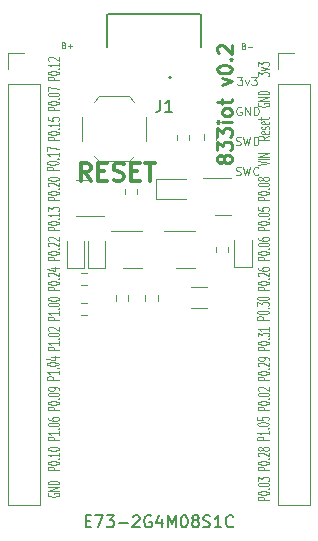
<source format=gto>
G04 #@! TF.GenerationSoftware,KiCad,Pcbnew,6.0.1-79c1e3a40b~116~ubuntu21.04.1*
G04 #@! TF.CreationDate,2022-03-24T20:17:53+11:00*
G04 #@! TF.ProjectId,833iot,38333369-6f74-42e6-9b69-6361645f7063,rev?*
G04 #@! TF.SameCoordinates,Original*
G04 #@! TF.FileFunction,Legend,Top*
G04 #@! TF.FilePolarity,Positive*
%FSLAX46Y46*%
G04 Gerber Fmt 4.6, Leading zero omitted, Abs format (unit mm)*
G04 Created by KiCad (PCBNEW 6.0.1-79c1e3a40b~116~ubuntu21.04.1) date 2022-03-24 20:17:53*
%MOMM*%
%LPD*%
G01*
G04 APERTURE LIST*
%ADD10C,0.250000*%
%ADD11C,0.300000*%
%ADD12C,0.150000*%
%ADD13C,0.100000*%
%ADD14C,0.080000*%
%ADD15C,0.120000*%
%ADD16C,0.127000*%
%ADD17C,0.200000*%
G04 APERTURE END LIST*
D10*
X33059675Y-33974203D02*
X33002533Y-34088489D01*
X32945390Y-34145632D01*
X32831104Y-34202775D01*
X32773961Y-34202775D01*
X32659675Y-34145632D01*
X32602533Y-34088489D01*
X32545390Y-33974203D01*
X32545390Y-33745632D01*
X32602533Y-33631346D01*
X32659675Y-33574203D01*
X32773961Y-33517060D01*
X32831104Y-33517060D01*
X32945390Y-33574203D01*
X33002533Y-33631346D01*
X33059675Y-33745632D01*
X33059675Y-33974203D01*
X33116818Y-34088489D01*
X33173961Y-34145632D01*
X33288247Y-34202775D01*
X33516818Y-34202775D01*
X33631104Y-34145632D01*
X33688247Y-34088489D01*
X33745390Y-33974203D01*
X33745390Y-33745632D01*
X33688247Y-33631346D01*
X33631104Y-33574203D01*
X33516818Y-33517060D01*
X33288247Y-33517060D01*
X33173961Y-33574203D01*
X33116818Y-33631346D01*
X33059675Y-33745632D01*
X32545390Y-33117060D02*
X32545390Y-32374203D01*
X33002533Y-32774203D01*
X33002533Y-32602775D01*
X33059675Y-32488489D01*
X33116818Y-32431346D01*
X33231104Y-32374203D01*
X33516818Y-32374203D01*
X33631104Y-32431346D01*
X33688247Y-32488489D01*
X33745390Y-32602775D01*
X33745390Y-32945632D01*
X33688247Y-33059917D01*
X33631104Y-33117060D01*
X32545390Y-31974203D02*
X32545390Y-31231346D01*
X33002533Y-31631346D01*
X33002533Y-31459917D01*
X33059675Y-31345632D01*
X33116818Y-31288489D01*
X33231104Y-31231346D01*
X33516818Y-31231346D01*
X33631104Y-31288489D01*
X33688247Y-31345632D01*
X33745390Y-31459917D01*
X33745390Y-31802775D01*
X33688247Y-31917060D01*
X33631104Y-31974203D01*
X33745390Y-30717060D02*
X32945390Y-30717060D01*
X32545390Y-30717060D02*
X32602533Y-30774203D01*
X32659675Y-30717060D01*
X32602533Y-30659917D01*
X32545390Y-30717060D01*
X32659675Y-30717060D01*
X33745390Y-29974203D02*
X33688247Y-30088489D01*
X33631104Y-30145632D01*
X33516818Y-30202775D01*
X33173961Y-30202775D01*
X33059675Y-30145632D01*
X33002533Y-30088489D01*
X32945390Y-29974203D01*
X32945390Y-29802775D01*
X33002533Y-29688489D01*
X33059675Y-29631346D01*
X33173961Y-29574203D01*
X33516818Y-29574203D01*
X33631104Y-29631346D01*
X33688247Y-29688489D01*
X33745390Y-29802775D01*
X33745390Y-29974203D01*
X32945390Y-29231346D02*
X32945390Y-28774203D01*
X32545390Y-29059917D02*
X33573961Y-29059917D01*
X33688247Y-29002775D01*
X33745390Y-28888489D01*
X33745390Y-28774203D01*
X32945390Y-27574203D02*
X33745390Y-27288489D01*
X32945390Y-27002775D01*
X32545390Y-26317060D02*
X32545390Y-26202775D01*
X32602533Y-26088489D01*
X32659675Y-26031346D01*
X32773961Y-25974203D01*
X33002533Y-25917060D01*
X33288247Y-25917060D01*
X33516818Y-25974203D01*
X33631104Y-26031346D01*
X33688247Y-26088489D01*
X33745390Y-26202775D01*
X33745390Y-26317060D01*
X33688247Y-26431346D01*
X33631104Y-26488489D01*
X33516818Y-26545632D01*
X33288247Y-26602775D01*
X33002533Y-26602775D01*
X32773961Y-26545632D01*
X32659675Y-26488489D01*
X32602533Y-26431346D01*
X32545390Y-26317060D01*
X33631104Y-25402775D02*
X33688247Y-25345632D01*
X33745390Y-25402775D01*
X33688247Y-25459917D01*
X33631104Y-25402775D01*
X33745390Y-25402775D01*
X32659675Y-24888489D02*
X32602533Y-24831346D01*
X32545390Y-24717060D01*
X32545390Y-24431346D01*
X32602533Y-24317060D01*
X32659675Y-24259917D01*
X32773961Y-24202775D01*
X32888247Y-24202775D01*
X33059675Y-24259917D01*
X33745390Y-24945632D01*
X33745390Y-24202775D01*
D11*
X21823961Y-35681346D02*
X21323961Y-34967060D01*
X20966818Y-35681346D02*
X20966818Y-34181346D01*
X21538247Y-34181346D01*
X21681104Y-34252775D01*
X21752533Y-34324203D01*
X21823961Y-34467060D01*
X21823961Y-34681346D01*
X21752533Y-34824203D01*
X21681104Y-34895632D01*
X21538247Y-34967060D01*
X20966818Y-34967060D01*
X22466818Y-34895632D02*
X22966818Y-34895632D01*
X23181104Y-35681346D02*
X22466818Y-35681346D01*
X22466818Y-34181346D01*
X23181104Y-34181346D01*
X23752533Y-35609917D02*
X23966818Y-35681346D01*
X24323961Y-35681346D01*
X24466818Y-35609917D01*
X24538247Y-35538489D01*
X24609675Y-35395632D01*
X24609675Y-35252775D01*
X24538247Y-35109917D01*
X24466818Y-35038489D01*
X24323961Y-34967060D01*
X24038247Y-34895632D01*
X23895390Y-34824203D01*
X23823961Y-34752775D01*
X23752533Y-34609917D01*
X23752533Y-34467060D01*
X23823961Y-34324203D01*
X23895390Y-34252775D01*
X24038247Y-34181346D01*
X24395390Y-34181346D01*
X24609675Y-34252775D01*
X25252533Y-34895632D02*
X25752533Y-34895632D01*
X25966818Y-35681346D02*
X25252533Y-35681346D01*
X25252533Y-34181346D01*
X25966818Y-34181346D01*
X26395390Y-34181346D02*
X27252533Y-34181346D01*
X26823961Y-35681346D02*
X26823961Y-34181346D01*
D12*
X27694166Y-28840180D02*
X27694166Y-29554466D01*
X27646547Y-29697323D01*
X27551309Y-29792561D01*
X27408452Y-29840180D01*
X27313214Y-29840180D01*
X28694166Y-29840180D02*
X28122738Y-29840180D01*
X28408452Y-29840180D02*
X28408452Y-28840180D01*
X28313214Y-28983038D01*
X28217976Y-29078276D01*
X28122738Y-29125895D01*
D13*
X36934880Y-44967085D02*
X35934880Y-44967085D01*
X35934880Y-44776609D01*
X35982500Y-44728990D01*
X36030119Y-44705180D01*
X36125357Y-44681371D01*
X36268214Y-44681371D01*
X36363452Y-44705180D01*
X36411071Y-44728990D01*
X36458690Y-44776609D01*
X36458690Y-44967085D01*
X35934880Y-44371847D02*
X35934880Y-44324228D01*
X35982500Y-44276609D01*
X36030119Y-44252800D01*
X36125357Y-44228990D01*
X36315833Y-44205180D01*
X36553928Y-44205180D01*
X36744404Y-44228990D01*
X36839642Y-44252800D01*
X36887261Y-44276609D01*
X36934880Y-44324228D01*
X36934880Y-44371847D01*
X36887261Y-44419466D01*
X36839642Y-44443276D01*
X36744404Y-44467085D01*
X36553928Y-44490895D01*
X36315833Y-44490895D01*
X36125357Y-44467085D01*
X36030119Y-44443276D01*
X35982500Y-44419466D01*
X35934880Y-44371847D01*
X36839642Y-43990895D02*
X36887261Y-43967085D01*
X36934880Y-43990895D01*
X36887261Y-44014704D01*
X36839642Y-43990895D01*
X36934880Y-43990895D01*
X36030119Y-43776609D02*
X35982500Y-43752800D01*
X35934880Y-43705180D01*
X35934880Y-43586133D01*
X35982500Y-43538514D01*
X36030119Y-43514704D01*
X36125357Y-43490895D01*
X36220595Y-43490895D01*
X36363452Y-43514704D01*
X36934880Y-43800419D01*
X36934880Y-43490895D01*
X35934880Y-43062323D02*
X35934880Y-43157561D01*
X35982500Y-43205180D01*
X36030119Y-43228990D01*
X36172976Y-43276609D01*
X36363452Y-43300419D01*
X36744404Y-43300419D01*
X36839642Y-43276609D01*
X36887261Y-43252800D01*
X36934880Y-43205180D01*
X36934880Y-43109942D01*
X36887261Y-43062323D01*
X36839642Y-43038514D01*
X36744404Y-43014704D01*
X36506309Y-43014704D01*
X36411071Y-43038514D01*
X36363452Y-43062323D01*
X36315833Y-43109942D01*
X36315833Y-43205180D01*
X36363452Y-43252800D01*
X36411071Y-43276609D01*
X36506309Y-43300419D01*
X36934880Y-60207085D02*
X35934880Y-60207085D01*
X35934880Y-60016609D01*
X35982500Y-59968990D01*
X36030119Y-59945180D01*
X36125357Y-59921371D01*
X36268214Y-59921371D01*
X36363452Y-59945180D01*
X36411071Y-59968990D01*
X36458690Y-60016609D01*
X36458690Y-60207085D01*
X35934880Y-59611847D02*
X35934880Y-59564228D01*
X35982500Y-59516609D01*
X36030119Y-59492800D01*
X36125357Y-59468990D01*
X36315833Y-59445180D01*
X36553928Y-59445180D01*
X36744404Y-59468990D01*
X36839642Y-59492800D01*
X36887261Y-59516609D01*
X36934880Y-59564228D01*
X36934880Y-59611847D01*
X36887261Y-59659466D01*
X36839642Y-59683276D01*
X36744404Y-59707085D01*
X36553928Y-59730895D01*
X36315833Y-59730895D01*
X36125357Y-59707085D01*
X36030119Y-59683276D01*
X35982500Y-59659466D01*
X35934880Y-59611847D01*
X36839642Y-59230895D02*
X36887261Y-59207085D01*
X36934880Y-59230895D01*
X36887261Y-59254704D01*
X36839642Y-59230895D01*
X36934880Y-59230895D01*
X36030119Y-59016609D02*
X35982500Y-58992800D01*
X35934880Y-58945180D01*
X35934880Y-58826133D01*
X35982500Y-58778514D01*
X36030119Y-58754704D01*
X36125357Y-58730895D01*
X36220595Y-58730895D01*
X36363452Y-58754704D01*
X36934880Y-59040419D01*
X36934880Y-58730895D01*
X36363452Y-58445180D02*
X36315833Y-58492800D01*
X36268214Y-58516609D01*
X36172976Y-58540419D01*
X36125357Y-58540419D01*
X36030119Y-58516609D01*
X35982500Y-58492800D01*
X35934880Y-58445180D01*
X35934880Y-58349942D01*
X35982500Y-58302323D01*
X36030119Y-58278514D01*
X36125357Y-58254704D01*
X36172976Y-58254704D01*
X36268214Y-58278514D01*
X36315833Y-58302323D01*
X36363452Y-58349942D01*
X36363452Y-58445180D01*
X36411071Y-58492800D01*
X36458690Y-58516609D01*
X36553928Y-58540419D01*
X36744404Y-58540419D01*
X36839642Y-58516609D01*
X36887261Y-58492800D01*
X36934880Y-58445180D01*
X36934880Y-58349942D01*
X36887261Y-58302323D01*
X36839642Y-58278514D01*
X36744404Y-58254704D01*
X36553928Y-58254704D01*
X36458690Y-58278514D01*
X36411071Y-58302323D01*
X36363452Y-58349942D01*
X36934880Y-62747085D02*
X35934880Y-62747085D01*
X35934880Y-62556609D01*
X35982500Y-62508990D01*
X36030119Y-62485180D01*
X36125357Y-62461371D01*
X36268214Y-62461371D01*
X36363452Y-62485180D01*
X36411071Y-62508990D01*
X36458690Y-62556609D01*
X36458690Y-62747085D01*
X35934880Y-62151847D02*
X35934880Y-62104228D01*
X35982500Y-62056609D01*
X36030119Y-62032800D01*
X36125357Y-62008990D01*
X36315833Y-61985180D01*
X36553928Y-61985180D01*
X36744404Y-62008990D01*
X36839642Y-62032800D01*
X36887261Y-62056609D01*
X36934880Y-62104228D01*
X36934880Y-62151847D01*
X36887261Y-62199466D01*
X36839642Y-62223276D01*
X36744404Y-62247085D01*
X36553928Y-62270895D01*
X36315833Y-62270895D01*
X36125357Y-62247085D01*
X36030119Y-62223276D01*
X35982500Y-62199466D01*
X35934880Y-62151847D01*
X36839642Y-61770895D02*
X36887261Y-61747085D01*
X36934880Y-61770895D01*
X36887261Y-61794704D01*
X36839642Y-61770895D01*
X36934880Y-61770895D01*
X35934880Y-61437561D02*
X35934880Y-61389942D01*
X35982500Y-61342323D01*
X36030119Y-61318514D01*
X36125357Y-61294704D01*
X36315833Y-61270895D01*
X36553928Y-61270895D01*
X36744404Y-61294704D01*
X36839642Y-61318514D01*
X36887261Y-61342323D01*
X36934880Y-61389942D01*
X36934880Y-61437561D01*
X36887261Y-61485180D01*
X36839642Y-61508990D01*
X36744404Y-61532800D01*
X36553928Y-61556609D01*
X36315833Y-61556609D01*
X36125357Y-61532800D01*
X36030119Y-61508990D01*
X35982500Y-61485180D01*
X35934880Y-61437561D01*
X35934880Y-61104228D02*
X35934880Y-60794704D01*
X36315833Y-60961371D01*
X36315833Y-60889942D01*
X36363452Y-60842323D01*
X36411071Y-60818514D01*
X36506309Y-60794704D01*
X36744404Y-60794704D01*
X36839642Y-60818514D01*
X36887261Y-60842323D01*
X36934880Y-60889942D01*
X36934880Y-61032800D01*
X36887261Y-61080419D01*
X36839642Y-61104228D01*
X36934880Y-39887085D02*
X35934880Y-39887085D01*
X35934880Y-39696609D01*
X35982500Y-39648990D01*
X36030119Y-39625180D01*
X36125357Y-39601371D01*
X36268214Y-39601371D01*
X36363452Y-39625180D01*
X36411071Y-39648990D01*
X36458690Y-39696609D01*
X36458690Y-39887085D01*
X35934880Y-39291847D02*
X35934880Y-39244228D01*
X35982500Y-39196609D01*
X36030119Y-39172800D01*
X36125357Y-39148990D01*
X36315833Y-39125180D01*
X36553928Y-39125180D01*
X36744404Y-39148990D01*
X36839642Y-39172800D01*
X36887261Y-39196609D01*
X36934880Y-39244228D01*
X36934880Y-39291847D01*
X36887261Y-39339466D01*
X36839642Y-39363276D01*
X36744404Y-39387085D01*
X36553928Y-39410895D01*
X36315833Y-39410895D01*
X36125357Y-39387085D01*
X36030119Y-39363276D01*
X35982500Y-39339466D01*
X35934880Y-39291847D01*
X36839642Y-38910895D02*
X36887261Y-38887085D01*
X36934880Y-38910895D01*
X36887261Y-38934704D01*
X36839642Y-38910895D01*
X36934880Y-38910895D01*
X35934880Y-38577561D02*
X35934880Y-38529942D01*
X35982500Y-38482323D01*
X36030119Y-38458514D01*
X36125357Y-38434704D01*
X36315833Y-38410895D01*
X36553928Y-38410895D01*
X36744404Y-38434704D01*
X36839642Y-38458514D01*
X36887261Y-38482323D01*
X36934880Y-38529942D01*
X36934880Y-38577561D01*
X36887261Y-38625180D01*
X36839642Y-38648990D01*
X36744404Y-38672800D01*
X36553928Y-38696609D01*
X36315833Y-38696609D01*
X36125357Y-38672800D01*
X36030119Y-38648990D01*
X35982500Y-38625180D01*
X35934880Y-38577561D01*
X35934880Y-37958514D02*
X35934880Y-38196609D01*
X36411071Y-38220419D01*
X36363452Y-38196609D01*
X36315833Y-38148990D01*
X36315833Y-38029942D01*
X36363452Y-37982323D01*
X36411071Y-37958514D01*
X36506309Y-37934704D01*
X36744404Y-37934704D01*
X36839642Y-37958514D01*
X36887261Y-37982323D01*
X36934880Y-38029942D01*
X36934880Y-38148990D01*
X36887261Y-38196609D01*
X36839642Y-38220419D01*
X35934880Y-34390419D02*
X36934880Y-34223752D01*
X35934880Y-34057085D01*
X36934880Y-33890419D02*
X35934880Y-33890419D01*
X36934880Y-33652323D02*
X35934880Y-33652323D01*
X36934880Y-33366609D01*
X35934880Y-33366609D01*
X36934880Y-52587085D02*
X35934880Y-52587085D01*
X35934880Y-52396609D01*
X35982500Y-52348990D01*
X36030119Y-52325180D01*
X36125357Y-52301371D01*
X36268214Y-52301371D01*
X36363452Y-52325180D01*
X36411071Y-52348990D01*
X36458690Y-52396609D01*
X36458690Y-52587085D01*
X35934880Y-51991847D02*
X35934880Y-51944228D01*
X35982500Y-51896609D01*
X36030119Y-51872800D01*
X36125357Y-51848990D01*
X36315833Y-51825180D01*
X36553928Y-51825180D01*
X36744404Y-51848990D01*
X36839642Y-51872800D01*
X36887261Y-51896609D01*
X36934880Y-51944228D01*
X36934880Y-51991847D01*
X36887261Y-52039466D01*
X36839642Y-52063276D01*
X36744404Y-52087085D01*
X36553928Y-52110895D01*
X36315833Y-52110895D01*
X36125357Y-52087085D01*
X36030119Y-52063276D01*
X35982500Y-52039466D01*
X35934880Y-51991847D01*
X36839642Y-51610895D02*
X36887261Y-51587085D01*
X36934880Y-51610895D01*
X36887261Y-51634704D01*
X36839642Y-51610895D01*
X36934880Y-51610895D01*
X36030119Y-51396609D02*
X35982500Y-51372800D01*
X35934880Y-51325180D01*
X35934880Y-51206133D01*
X35982500Y-51158514D01*
X36030119Y-51134704D01*
X36125357Y-51110895D01*
X36220595Y-51110895D01*
X36363452Y-51134704D01*
X36934880Y-51420419D01*
X36934880Y-51110895D01*
X36934880Y-50872800D02*
X36934880Y-50777561D01*
X36887261Y-50729942D01*
X36839642Y-50706133D01*
X36696785Y-50658514D01*
X36506309Y-50634704D01*
X36125357Y-50634704D01*
X36030119Y-50658514D01*
X35982500Y-50682323D01*
X35934880Y-50729942D01*
X35934880Y-50825180D01*
X35982500Y-50872800D01*
X36030119Y-50896609D01*
X36125357Y-50920419D01*
X36363452Y-50920419D01*
X36458690Y-50896609D01*
X36506309Y-50872800D01*
X36553928Y-50825180D01*
X36553928Y-50729942D01*
X36506309Y-50682323D01*
X36458690Y-50658514D01*
X36363452Y-50634704D01*
X36934880Y-37347085D02*
X35934880Y-37347085D01*
X35934880Y-37156609D01*
X35982500Y-37108990D01*
X36030119Y-37085180D01*
X36125357Y-37061371D01*
X36268214Y-37061371D01*
X36363452Y-37085180D01*
X36411071Y-37108990D01*
X36458690Y-37156609D01*
X36458690Y-37347085D01*
X35934880Y-36751847D02*
X35934880Y-36704228D01*
X35982500Y-36656609D01*
X36030119Y-36632800D01*
X36125357Y-36608990D01*
X36315833Y-36585180D01*
X36553928Y-36585180D01*
X36744404Y-36608990D01*
X36839642Y-36632800D01*
X36887261Y-36656609D01*
X36934880Y-36704228D01*
X36934880Y-36751847D01*
X36887261Y-36799466D01*
X36839642Y-36823276D01*
X36744404Y-36847085D01*
X36553928Y-36870895D01*
X36315833Y-36870895D01*
X36125357Y-36847085D01*
X36030119Y-36823276D01*
X35982500Y-36799466D01*
X35934880Y-36751847D01*
X36839642Y-36370895D02*
X36887261Y-36347085D01*
X36934880Y-36370895D01*
X36887261Y-36394704D01*
X36839642Y-36370895D01*
X36934880Y-36370895D01*
X35934880Y-36037561D02*
X35934880Y-35989942D01*
X35982500Y-35942323D01*
X36030119Y-35918514D01*
X36125357Y-35894704D01*
X36315833Y-35870895D01*
X36553928Y-35870895D01*
X36744404Y-35894704D01*
X36839642Y-35918514D01*
X36887261Y-35942323D01*
X36934880Y-35989942D01*
X36934880Y-36037561D01*
X36887261Y-36085180D01*
X36839642Y-36108990D01*
X36744404Y-36132800D01*
X36553928Y-36156609D01*
X36315833Y-36156609D01*
X36125357Y-36132800D01*
X36030119Y-36108990D01*
X35982500Y-36085180D01*
X35934880Y-36037561D01*
X36363452Y-35585180D02*
X36315833Y-35632800D01*
X36268214Y-35656609D01*
X36172976Y-35680419D01*
X36125357Y-35680419D01*
X36030119Y-35656609D01*
X35982500Y-35632800D01*
X35934880Y-35585180D01*
X35934880Y-35489942D01*
X35982500Y-35442323D01*
X36030119Y-35418514D01*
X36125357Y-35394704D01*
X36172976Y-35394704D01*
X36268214Y-35418514D01*
X36315833Y-35442323D01*
X36363452Y-35489942D01*
X36363452Y-35585180D01*
X36411071Y-35632800D01*
X36458690Y-35656609D01*
X36553928Y-35680419D01*
X36744404Y-35680419D01*
X36839642Y-35656609D01*
X36887261Y-35632800D01*
X36934880Y-35585180D01*
X36934880Y-35489942D01*
X36887261Y-35442323D01*
X36839642Y-35418514D01*
X36744404Y-35394704D01*
X36553928Y-35394704D01*
X36458690Y-35418514D01*
X36411071Y-35442323D01*
X36363452Y-35489942D01*
X35934880Y-26818038D02*
X35934880Y-26508514D01*
X36315833Y-26675180D01*
X36315833Y-26603752D01*
X36363452Y-26556133D01*
X36411071Y-26532323D01*
X36506309Y-26508514D01*
X36744404Y-26508514D01*
X36839642Y-26532323D01*
X36887261Y-26556133D01*
X36934880Y-26603752D01*
X36934880Y-26746609D01*
X36887261Y-26794228D01*
X36839642Y-26818038D01*
X36268214Y-26341847D02*
X36934880Y-26222800D01*
X36268214Y-26103752D01*
X35934880Y-25960895D02*
X35934880Y-25651371D01*
X36315833Y-25818038D01*
X36315833Y-25746609D01*
X36363452Y-25698990D01*
X36411071Y-25675180D01*
X36506309Y-25651371D01*
X36744404Y-25651371D01*
X36839642Y-25675180D01*
X36887261Y-25698990D01*
X36934880Y-25746609D01*
X36934880Y-25889466D01*
X36887261Y-25937085D01*
X36839642Y-25960895D01*
X36934880Y-55127085D02*
X35934880Y-55127085D01*
X35934880Y-54936609D01*
X35982500Y-54888990D01*
X36030119Y-54865180D01*
X36125357Y-54841371D01*
X36268214Y-54841371D01*
X36363452Y-54865180D01*
X36411071Y-54888990D01*
X36458690Y-54936609D01*
X36458690Y-55127085D01*
X35934880Y-54531847D02*
X35934880Y-54484228D01*
X35982500Y-54436609D01*
X36030119Y-54412800D01*
X36125357Y-54388990D01*
X36315833Y-54365180D01*
X36553928Y-54365180D01*
X36744404Y-54388990D01*
X36839642Y-54412800D01*
X36887261Y-54436609D01*
X36934880Y-54484228D01*
X36934880Y-54531847D01*
X36887261Y-54579466D01*
X36839642Y-54603276D01*
X36744404Y-54627085D01*
X36553928Y-54650895D01*
X36315833Y-54650895D01*
X36125357Y-54627085D01*
X36030119Y-54603276D01*
X35982500Y-54579466D01*
X35934880Y-54531847D01*
X36839642Y-54150895D02*
X36887261Y-54127085D01*
X36934880Y-54150895D01*
X36887261Y-54174704D01*
X36839642Y-54150895D01*
X36934880Y-54150895D01*
X35934880Y-53817561D02*
X35934880Y-53769942D01*
X35982500Y-53722323D01*
X36030119Y-53698514D01*
X36125357Y-53674704D01*
X36315833Y-53650895D01*
X36553928Y-53650895D01*
X36744404Y-53674704D01*
X36839642Y-53698514D01*
X36887261Y-53722323D01*
X36934880Y-53769942D01*
X36934880Y-53817561D01*
X36887261Y-53865180D01*
X36839642Y-53888990D01*
X36744404Y-53912800D01*
X36553928Y-53936609D01*
X36315833Y-53936609D01*
X36125357Y-53912800D01*
X36030119Y-53888990D01*
X35982500Y-53865180D01*
X35934880Y-53817561D01*
X36030119Y-53460419D02*
X35982500Y-53436609D01*
X35934880Y-53388990D01*
X35934880Y-53269942D01*
X35982500Y-53222323D01*
X36030119Y-53198514D01*
X36125357Y-53174704D01*
X36220595Y-53174704D01*
X36363452Y-53198514D01*
X36934880Y-53484228D01*
X36934880Y-53174704D01*
X36901525Y-47452332D02*
X35901525Y-47452332D01*
X35901525Y-47261856D01*
X35949145Y-47214237D01*
X35996764Y-47190427D01*
X36092002Y-47166618D01*
X36234859Y-47166618D01*
X36330097Y-47190427D01*
X36377716Y-47214237D01*
X36425335Y-47261856D01*
X36425335Y-47452332D01*
X35901525Y-46857094D02*
X35901525Y-46809475D01*
X35949145Y-46761856D01*
X35996764Y-46738047D01*
X36092002Y-46714237D01*
X36282478Y-46690427D01*
X36520573Y-46690427D01*
X36711049Y-46714237D01*
X36806287Y-46738047D01*
X36853906Y-46761856D01*
X36901525Y-46809475D01*
X36901525Y-46857094D01*
X36853906Y-46904713D01*
X36806287Y-46928523D01*
X36711049Y-46952332D01*
X36520573Y-46976142D01*
X36282478Y-46976142D01*
X36092002Y-46952332D01*
X35996764Y-46928523D01*
X35949145Y-46904713D01*
X35901525Y-46857094D01*
X36806287Y-46476142D02*
X36853906Y-46452332D01*
X36901525Y-46476142D01*
X36853906Y-46499951D01*
X36806287Y-46476142D01*
X36901525Y-46476142D01*
X35901525Y-46285666D02*
X35901525Y-45976142D01*
X36282478Y-46142808D01*
X36282478Y-46071380D01*
X36330097Y-46023761D01*
X36377716Y-45999951D01*
X36472954Y-45976142D01*
X36711049Y-45976142D01*
X36806287Y-45999951D01*
X36853906Y-46023761D01*
X36901525Y-46071380D01*
X36901525Y-46214237D01*
X36853906Y-46261856D01*
X36806287Y-46285666D01*
X35901525Y-45666618D02*
X35901525Y-45618999D01*
X35949145Y-45571380D01*
X35996764Y-45547570D01*
X36092002Y-45523761D01*
X36282478Y-45499951D01*
X36520573Y-45499951D01*
X36711049Y-45523761D01*
X36806287Y-45547570D01*
X36853906Y-45571380D01*
X36901525Y-45618999D01*
X36901525Y-45666618D01*
X36853906Y-45714237D01*
X36806287Y-45738047D01*
X36711049Y-45761856D01*
X36520573Y-45785666D01*
X36282478Y-45785666D01*
X36092002Y-45761856D01*
X35996764Y-45738047D01*
X35949145Y-45714237D01*
X35901525Y-45666618D01*
X35982500Y-29143752D02*
X35934880Y-29191371D01*
X35934880Y-29262800D01*
X35982500Y-29334228D01*
X36077738Y-29381847D01*
X36172976Y-29405657D01*
X36363452Y-29429466D01*
X36506309Y-29429466D01*
X36696785Y-29405657D01*
X36792023Y-29381847D01*
X36887261Y-29334228D01*
X36934880Y-29262800D01*
X36934880Y-29215180D01*
X36887261Y-29143752D01*
X36839642Y-29119942D01*
X36506309Y-29119942D01*
X36506309Y-29215180D01*
X36934880Y-28905657D02*
X35934880Y-28905657D01*
X36934880Y-28619942D01*
X35934880Y-28619942D01*
X36934880Y-28381847D02*
X35934880Y-28381847D01*
X35934880Y-28262800D01*
X35982500Y-28191371D01*
X36077738Y-28143752D01*
X36172976Y-28119942D01*
X36363452Y-28096133D01*
X36506309Y-28096133D01*
X36696785Y-28119942D01*
X36792023Y-28143752D01*
X36887261Y-28191371D01*
X36934880Y-28262800D01*
X36934880Y-28381847D01*
X36934880Y-31921847D02*
X36458690Y-32088514D01*
X36934880Y-32207561D02*
X35934880Y-32207561D01*
X35934880Y-32017085D01*
X35982500Y-31969466D01*
X36030119Y-31945657D01*
X36125357Y-31921847D01*
X36268214Y-31921847D01*
X36363452Y-31945657D01*
X36411071Y-31969466D01*
X36458690Y-32017085D01*
X36458690Y-32207561D01*
X36887261Y-31517085D02*
X36934880Y-31564704D01*
X36934880Y-31659942D01*
X36887261Y-31707561D01*
X36792023Y-31731371D01*
X36411071Y-31731371D01*
X36315833Y-31707561D01*
X36268214Y-31659942D01*
X36268214Y-31564704D01*
X36315833Y-31517085D01*
X36411071Y-31493276D01*
X36506309Y-31493276D01*
X36601547Y-31731371D01*
X36887261Y-31302800D02*
X36934880Y-31255180D01*
X36934880Y-31159942D01*
X36887261Y-31112323D01*
X36792023Y-31088514D01*
X36744404Y-31088514D01*
X36649166Y-31112323D01*
X36601547Y-31159942D01*
X36601547Y-31231371D01*
X36553928Y-31278990D01*
X36458690Y-31302800D01*
X36411071Y-31302800D01*
X36315833Y-31278990D01*
X36268214Y-31231371D01*
X36268214Y-31159942D01*
X36315833Y-31112323D01*
X36887261Y-30683752D02*
X36934880Y-30731371D01*
X36934880Y-30826609D01*
X36887261Y-30874228D01*
X36792023Y-30898038D01*
X36411071Y-30898038D01*
X36315833Y-30874228D01*
X36268214Y-30826609D01*
X36268214Y-30731371D01*
X36315833Y-30683752D01*
X36411071Y-30659942D01*
X36506309Y-30659942D01*
X36601547Y-30898038D01*
X36268214Y-30517085D02*
X36268214Y-30326609D01*
X35934880Y-30445657D02*
X36792023Y-30445657D01*
X36887261Y-30421847D01*
X36934880Y-30374228D01*
X36934880Y-30326609D01*
X36934880Y-50047085D02*
X35934880Y-50047085D01*
X35934880Y-49856609D01*
X35982500Y-49808990D01*
X36030119Y-49785180D01*
X36125357Y-49761371D01*
X36268214Y-49761371D01*
X36363452Y-49785180D01*
X36411071Y-49808990D01*
X36458690Y-49856609D01*
X36458690Y-50047085D01*
X35934880Y-49451847D02*
X35934880Y-49404228D01*
X35982500Y-49356609D01*
X36030119Y-49332800D01*
X36125357Y-49308990D01*
X36315833Y-49285180D01*
X36553928Y-49285180D01*
X36744404Y-49308990D01*
X36839642Y-49332800D01*
X36887261Y-49356609D01*
X36934880Y-49404228D01*
X36934880Y-49451847D01*
X36887261Y-49499466D01*
X36839642Y-49523276D01*
X36744404Y-49547085D01*
X36553928Y-49570895D01*
X36315833Y-49570895D01*
X36125357Y-49547085D01*
X36030119Y-49523276D01*
X35982500Y-49499466D01*
X35934880Y-49451847D01*
X36839642Y-49070895D02*
X36887261Y-49047085D01*
X36934880Y-49070895D01*
X36887261Y-49094704D01*
X36839642Y-49070895D01*
X36934880Y-49070895D01*
X35934880Y-48880419D02*
X35934880Y-48570895D01*
X36315833Y-48737561D01*
X36315833Y-48666133D01*
X36363452Y-48618514D01*
X36411071Y-48594704D01*
X36506309Y-48570895D01*
X36744404Y-48570895D01*
X36839642Y-48594704D01*
X36887261Y-48618514D01*
X36934880Y-48666133D01*
X36934880Y-48808990D01*
X36887261Y-48856609D01*
X36839642Y-48880419D01*
X36934880Y-48094704D02*
X36934880Y-48380419D01*
X36934880Y-48237561D02*
X35934880Y-48237561D01*
X36077738Y-48285180D01*
X36172976Y-48332800D01*
X36220595Y-48380419D01*
X36901525Y-57636249D02*
X35901525Y-57636249D01*
X35901525Y-57445773D01*
X35949145Y-57398154D01*
X35996764Y-57374344D01*
X36092002Y-57350535D01*
X36234859Y-57350535D01*
X36330097Y-57374344D01*
X36377716Y-57398154D01*
X36425335Y-57445773D01*
X36425335Y-57636249D01*
X36901525Y-56874344D02*
X36901525Y-57160059D01*
X36901525Y-57017202D02*
X35901525Y-57017202D01*
X36044383Y-57064821D01*
X36139621Y-57112440D01*
X36187240Y-57160059D01*
X36806287Y-56660059D02*
X36853906Y-56636249D01*
X36901525Y-56660059D01*
X36853906Y-56683868D01*
X36806287Y-56660059D01*
X36901525Y-56660059D01*
X35901525Y-56326725D02*
X35901525Y-56279106D01*
X35949145Y-56231487D01*
X35996764Y-56207678D01*
X36092002Y-56183868D01*
X36282478Y-56160059D01*
X36520573Y-56160059D01*
X36711049Y-56183868D01*
X36806287Y-56207678D01*
X36853906Y-56231487D01*
X36901525Y-56279106D01*
X36901525Y-56326725D01*
X36853906Y-56374344D01*
X36806287Y-56398154D01*
X36711049Y-56421964D01*
X36520573Y-56445773D01*
X36282478Y-56445773D01*
X36092002Y-56421964D01*
X35996764Y-56398154D01*
X35949145Y-56374344D01*
X35901525Y-56326725D01*
X35901525Y-55707678D02*
X35901525Y-55945773D01*
X36377716Y-55969583D01*
X36330097Y-55945773D01*
X36282478Y-55898154D01*
X36282478Y-55779106D01*
X36330097Y-55731487D01*
X36377716Y-55707678D01*
X36472954Y-55683868D01*
X36711049Y-55683868D01*
X36806287Y-55707678D01*
X36853906Y-55731487D01*
X36901525Y-55779106D01*
X36901525Y-55898154D01*
X36853906Y-55945773D01*
X36806287Y-55969583D01*
X36934880Y-42427085D02*
X35934880Y-42427085D01*
X35934880Y-42236609D01*
X35982500Y-42188990D01*
X36030119Y-42165180D01*
X36125357Y-42141371D01*
X36268214Y-42141371D01*
X36363452Y-42165180D01*
X36411071Y-42188990D01*
X36458690Y-42236609D01*
X36458690Y-42427085D01*
X35934880Y-41831847D02*
X35934880Y-41784228D01*
X35982500Y-41736609D01*
X36030119Y-41712800D01*
X36125357Y-41688990D01*
X36315833Y-41665180D01*
X36553928Y-41665180D01*
X36744404Y-41688990D01*
X36839642Y-41712800D01*
X36887261Y-41736609D01*
X36934880Y-41784228D01*
X36934880Y-41831847D01*
X36887261Y-41879466D01*
X36839642Y-41903276D01*
X36744404Y-41927085D01*
X36553928Y-41950895D01*
X36315833Y-41950895D01*
X36125357Y-41927085D01*
X36030119Y-41903276D01*
X35982500Y-41879466D01*
X35934880Y-41831847D01*
X36839642Y-41450895D02*
X36887261Y-41427085D01*
X36934880Y-41450895D01*
X36887261Y-41474704D01*
X36839642Y-41450895D01*
X36934880Y-41450895D01*
X35934880Y-41117561D02*
X35934880Y-41069942D01*
X35982500Y-41022323D01*
X36030119Y-40998514D01*
X36125357Y-40974704D01*
X36315833Y-40950895D01*
X36553928Y-40950895D01*
X36744404Y-40974704D01*
X36839642Y-40998514D01*
X36887261Y-41022323D01*
X36934880Y-41069942D01*
X36934880Y-41117561D01*
X36887261Y-41165180D01*
X36839642Y-41188990D01*
X36744404Y-41212800D01*
X36553928Y-41236609D01*
X36315833Y-41236609D01*
X36125357Y-41212800D01*
X36030119Y-41188990D01*
X35982500Y-41165180D01*
X35934880Y-41117561D01*
X35934880Y-40522323D02*
X35934880Y-40617561D01*
X35982500Y-40665180D01*
X36030119Y-40688990D01*
X36172976Y-40736609D01*
X36363452Y-40760419D01*
X36744404Y-40760419D01*
X36839642Y-40736609D01*
X36887261Y-40712800D01*
X36934880Y-40665180D01*
X36934880Y-40569942D01*
X36887261Y-40522323D01*
X36839642Y-40498514D01*
X36744404Y-40474704D01*
X36506309Y-40474704D01*
X36411071Y-40498514D01*
X36363452Y-40522323D01*
X36315833Y-40569942D01*
X36315833Y-40665180D01*
X36363452Y-40712800D01*
X36411071Y-40736609D01*
X36506309Y-40760419D01*
D12*
X21388214Y-64506371D02*
X21721547Y-64506371D01*
X21864404Y-65030180D02*
X21388214Y-65030180D01*
X21388214Y-64030180D01*
X21864404Y-64030180D01*
X22197738Y-64030180D02*
X22864404Y-64030180D01*
X22435833Y-65030180D01*
X23150119Y-64030180D02*
X23769166Y-64030180D01*
X23435833Y-64411133D01*
X23578690Y-64411133D01*
X23673928Y-64458752D01*
X23721547Y-64506371D01*
X23769166Y-64601609D01*
X23769166Y-64839704D01*
X23721547Y-64934942D01*
X23673928Y-64982561D01*
X23578690Y-65030180D01*
X23292976Y-65030180D01*
X23197738Y-64982561D01*
X23150119Y-64934942D01*
X24197738Y-64649228D02*
X24959642Y-64649228D01*
X25388214Y-64125419D02*
X25435833Y-64077800D01*
X25531071Y-64030180D01*
X25769166Y-64030180D01*
X25864404Y-64077800D01*
X25912023Y-64125419D01*
X25959642Y-64220657D01*
X25959642Y-64315895D01*
X25912023Y-64458752D01*
X25340595Y-65030180D01*
X25959642Y-65030180D01*
X26912023Y-64077800D02*
X26816785Y-64030180D01*
X26673928Y-64030180D01*
X26531071Y-64077800D01*
X26435833Y-64173038D01*
X26388214Y-64268276D01*
X26340595Y-64458752D01*
X26340595Y-64601609D01*
X26388214Y-64792085D01*
X26435833Y-64887323D01*
X26531071Y-64982561D01*
X26673928Y-65030180D01*
X26769166Y-65030180D01*
X26912023Y-64982561D01*
X26959642Y-64934942D01*
X26959642Y-64601609D01*
X26769166Y-64601609D01*
X27816785Y-64363514D02*
X27816785Y-65030180D01*
X27578690Y-63982561D02*
X27340595Y-64696847D01*
X27959642Y-64696847D01*
X28340595Y-65030180D02*
X28340595Y-64030180D01*
X28673928Y-64744466D01*
X29007261Y-64030180D01*
X29007261Y-65030180D01*
X29673928Y-64030180D02*
X29769166Y-64030180D01*
X29864404Y-64077800D01*
X29912023Y-64125419D01*
X29959642Y-64220657D01*
X30007261Y-64411133D01*
X30007261Y-64649228D01*
X29959642Y-64839704D01*
X29912023Y-64934942D01*
X29864404Y-64982561D01*
X29769166Y-65030180D01*
X29673928Y-65030180D01*
X29578690Y-64982561D01*
X29531071Y-64934942D01*
X29483452Y-64839704D01*
X29435833Y-64649228D01*
X29435833Y-64411133D01*
X29483452Y-64220657D01*
X29531071Y-64125419D01*
X29578690Y-64077800D01*
X29673928Y-64030180D01*
X30578690Y-64458752D02*
X30483452Y-64411133D01*
X30435833Y-64363514D01*
X30388214Y-64268276D01*
X30388214Y-64220657D01*
X30435833Y-64125419D01*
X30483452Y-64077800D01*
X30578690Y-64030180D01*
X30769166Y-64030180D01*
X30864404Y-64077800D01*
X30912023Y-64125419D01*
X30959642Y-64220657D01*
X30959642Y-64268276D01*
X30912023Y-64363514D01*
X30864404Y-64411133D01*
X30769166Y-64458752D01*
X30578690Y-64458752D01*
X30483452Y-64506371D01*
X30435833Y-64553990D01*
X30388214Y-64649228D01*
X30388214Y-64839704D01*
X30435833Y-64934942D01*
X30483452Y-64982561D01*
X30578690Y-65030180D01*
X30769166Y-65030180D01*
X30864404Y-64982561D01*
X30912023Y-64934942D01*
X30959642Y-64839704D01*
X30959642Y-64649228D01*
X30912023Y-64553990D01*
X30864404Y-64506371D01*
X30769166Y-64458752D01*
X31340595Y-64982561D02*
X31483452Y-65030180D01*
X31721547Y-65030180D01*
X31816785Y-64982561D01*
X31864404Y-64934942D01*
X31912023Y-64839704D01*
X31912023Y-64744466D01*
X31864404Y-64649228D01*
X31816785Y-64601609D01*
X31721547Y-64553990D01*
X31531071Y-64506371D01*
X31435833Y-64458752D01*
X31388214Y-64411133D01*
X31340595Y-64315895D01*
X31340595Y-64220657D01*
X31388214Y-64125419D01*
X31435833Y-64077800D01*
X31531071Y-64030180D01*
X31769166Y-64030180D01*
X31912023Y-64077800D01*
X32864404Y-65030180D02*
X32292976Y-65030180D01*
X32578690Y-65030180D02*
X32578690Y-64030180D01*
X32483452Y-64173038D01*
X32388214Y-64268276D01*
X32292976Y-64315895D01*
X33864404Y-64934942D02*
X33816785Y-64982561D01*
X33673928Y-65030180D01*
X33578690Y-65030180D01*
X33435833Y-64982561D01*
X33340595Y-64887323D01*
X33292976Y-64792085D01*
X33245357Y-64601609D01*
X33245357Y-64458752D01*
X33292976Y-64268276D01*
X33340595Y-64173038D01*
X33435833Y-64077800D01*
X33578690Y-64030180D01*
X33673928Y-64030180D01*
X33816785Y-64077800D01*
X33864404Y-64125419D01*
D14*
X34219166Y-26903466D02*
X34652500Y-26903466D01*
X34419166Y-27170133D01*
X34519166Y-27170133D01*
X34585833Y-27203466D01*
X34619166Y-27236800D01*
X34652500Y-27303466D01*
X34652500Y-27470133D01*
X34619166Y-27536800D01*
X34585833Y-27570133D01*
X34519166Y-27603466D01*
X34319166Y-27603466D01*
X34252500Y-27570133D01*
X34219166Y-27536800D01*
X34885833Y-27136800D02*
X35052500Y-27603466D01*
X35219166Y-27136800D01*
X35419166Y-26903466D02*
X35852500Y-26903466D01*
X35619166Y-27170133D01*
X35719166Y-27170133D01*
X35785833Y-27203466D01*
X35819166Y-27236800D01*
X35852500Y-27303466D01*
X35852500Y-27470133D01*
X35819166Y-27536800D01*
X35785833Y-27570133D01*
X35719166Y-27603466D01*
X35519166Y-27603466D01*
X35452500Y-27570133D01*
X35419166Y-27536800D01*
X34553166Y-29476800D02*
X34486500Y-29443466D01*
X34386500Y-29443466D01*
X34286500Y-29476800D01*
X34219833Y-29543466D01*
X34186500Y-29610133D01*
X34153166Y-29743466D01*
X34153166Y-29843466D01*
X34186500Y-29976800D01*
X34219833Y-30043466D01*
X34286500Y-30110133D01*
X34386500Y-30143466D01*
X34453166Y-30143466D01*
X34553166Y-30110133D01*
X34586500Y-30076800D01*
X34586500Y-29843466D01*
X34453166Y-29843466D01*
X34886500Y-30143466D02*
X34886500Y-29443466D01*
X35286500Y-30143466D01*
X35286500Y-29443466D01*
X35619833Y-30143466D02*
X35619833Y-29443466D01*
X35786500Y-29443466D01*
X35886500Y-29476800D01*
X35953166Y-29543466D01*
X35986500Y-29610133D01*
X36019833Y-29743466D01*
X36019833Y-29843466D01*
X35986500Y-29976800D01*
X35953166Y-30043466D01*
X35886500Y-30110133D01*
X35786500Y-30143466D01*
X35619833Y-30143466D01*
X34102500Y-35190133D02*
X34202500Y-35223466D01*
X34369166Y-35223466D01*
X34435833Y-35190133D01*
X34469166Y-35156800D01*
X34502500Y-35090133D01*
X34502500Y-35023466D01*
X34469166Y-34956800D01*
X34435833Y-34923466D01*
X34369166Y-34890133D01*
X34235833Y-34856800D01*
X34169166Y-34823466D01*
X34135833Y-34790133D01*
X34102500Y-34723466D01*
X34102500Y-34656800D01*
X34135833Y-34590133D01*
X34169166Y-34556800D01*
X34235833Y-34523466D01*
X34402500Y-34523466D01*
X34502500Y-34556800D01*
X34735833Y-34523466D02*
X34902500Y-35223466D01*
X35035833Y-34723466D01*
X35169166Y-35223466D01*
X35335833Y-34523466D01*
X36002500Y-35156800D02*
X35969166Y-35190133D01*
X35869166Y-35223466D01*
X35802500Y-35223466D01*
X35702500Y-35190133D01*
X35635833Y-35123466D01*
X35602500Y-35056800D01*
X35569166Y-34923466D01*
X35569166Y-34823466D01*
X35602500Y-34690133D01*
X35635833Y-34623466D01*
X35702500Y-34556800D01*
X35802500Y-34523466D01*
X35869166Y-34523466D01*
X35969166Y-34556800D01*
X36002500Y-34590133D01*
X34102500Y-32650133D02*
X34202500Y-32683466D01*
X34369166Y-32683466D01*
X34435833Y-32650133D01*
X34469166Y-32616800D01*
X34502500Y-32550133D01*
X34502500Y-32483466D01*
X34469166Y-32416800D01*
X34435833Y-32383466D01*
X34369166Y-32350133D01*
X34235833Y-32316800D01*
X34169166Y-32283466D01*
X34135833Y-32250133D01*
X34102500Y-32183466D01*
X34102500Y-32116800D01*
X34135833Y-32050133D01*
X34169166Y-32016800D01*
X34235833Y-31983466D01*
X34402500Y-31983466D01*
X34502500Y-32016800D01*
X34735833Y-31983466D02*
X34902500Y-32683466D01*
X35035833Y-32183466D01*
X35169166Y-32683466D01*
X35335833Y-31983466D01*
X35602500Y-32683466D02*
X35602500Y-31983466D01*
X35769166Y-31983466D01*
X35869166Y-32016800D01*
X35935833Y-32083466D01*
X35969166Y-32150133D01*
X36002500Y-32283466D01*
X36002500Y-32383466D01*
X35969166Y-32516800D01*
X35935833Y-32583466D01*
X35869166Y-32650133D01*
X35769166Y-32683466D01*
X35602500Y-32683466D01*
X19528690Y-24217085D02*
X19600119Y-24240895D01*
X19623928Y-24264704D01*
X19647738Y-24312323D01*
X19647738Y-24383752D01*
X19623928Y-24431371D01*
X19600119Y-24455180D01*
X19552500Y-24478990D01*
X19362023Y-24478990D01*
X19362023Y-23978990D01*
X19528690Y-23978990D01*
X19576309Y-24002800D01*
X19600119Y-24026609D01*
X19623928Y-24074228D01*
X19623928Y-24121847D01*
X19600119Y-24169466D01*
X19576309Y-24193276D01*
X19528690Y-24217085D01*
X19362023Y-24217085D01*
X19862023Y-24288514D02*
X20242976Y-24288514D01*
X20052500Y-24478990D02*
X20052500Y-24098038D01*
X34778690Y-24267085D02*
X34850119Y-24290895D01*
X34873928Y-24314704D01*
X34897738Y-24362323D01*
X34897738Y-24433752D01*
X34873928Y-24481371D01*
X34850119Y-24505180D01*
X34802500Y-24528990D01*
X34612023Y-24528990D01*
X34612023Y-24028990D01*
X34778690Y-24028990D01*
X34826309Y-24052800D01*
X34850119Y-24076609D01*
X34873928Y-24124228D01*
X34873928Y-24171847D01*
X34850119Y-24219466D01*
X34826309Y-24243276D01*
X34778690Y-24267085D01*
X34612023Y-24267085D01*
X35112023Y-24338514D02*
X35492976Y-24338514D01*
D13*
X19154880Y-42427085D02*
X18154880Y-42427085D01*
X18154880Y-42236609D01*
X18202500Y-42188990D01*
X18250119Y-42165180D01*
X18345357Y-42141371D01*
X18488214Y-42141371D01*
X18583452Y-42165180D01*
X18631071Y-42188990D01*
X18678690Y-42236609D01*
X18678690Y-42427085D01*
X18154880Y-41831847D02*
X18154880Y-41784228D01*
X18202500Y-41736609D01*
X18250119Y-41712800D01*
X18345357Y-41688990D01*
X18535833Y-41665180D01*
X18773928Y-41665180D01*
X18964404Y-41688990D01*
X19059642Y-41712800D01*
X19107261Y-41736609D01*
X19154880Y-41784228D01*
X19154880Y-41831847D01*
X19107261Y-41879466D01*
X19059642Y-41903276D01*
X18964404Y-41927085D01*
X18773928Y-41950895D01*
X18535833Y-41950895D01*
X18345357Y-41927085D01*
X18250119Y-41903276D01*
X18202500Y-41879466D01*
X18154880Y-41831847D01*
X19059642Y-41450895D02*
X19107261Y-41427085D01*
X19154880Y-41450895D01*
X19107261Y-41474704D01*
X19059642Y-41450895D01*
X19154880Y-41450895D01*
X18250119Y-41236609D02*
X18202500Y-41212800D01*
X18154880Y-41165180D01*
X18154880Y-41046133D01*
X18202500Y-40998514D01*
X18250119Y-40974704D01*
X18345357Y-40950895D01*
X18440595Y-40950895D01*
X18583452Y-40974704D01*
X19154880Y-41260419D01*
X19154880Y-40950895D01*
X18250119Y-40760419D02*
X18202500Y-40736609D01*
X18154880Y-40688990D01*
X18154880Y-40569942D01*
X18202500Y-40522323D01*
X18250119Y-40498514D01*
X18345357Y-40474704D01*
X18440595Y-40474704D01*
X18583452Y-40498514D01*
X19154880Y-40784228D01*
X19154880Y-40474704D01*
X19154880Y-39887085D02*
X18154880Y-39887085D01*
X18154880Y-39696609D01*
X18202500Y-39648990D01*
X18250119Y-39625180D01*
X18345357Y-39601371D01*
X18488214Y-39601371D01*
X18583452Y-39625180D01*
X18631071Y-39648990D01*
X18678690Y-39696609D01*
X18678690Y-39887085D01*
X18154880Y-39291847D02*
X18154880Y-39244228D01*
X18202500Y-39196609D01*
X18250119Y-39172800D01*
X18345357Y-39148990D01*
X18535833Y-39125180D01*
X18773928Y-39125180D01*
X18964404Y-39148990D01*
X19059642Y-39172800D01*
X19107261Y-39196609D01*
X19154880Y-39244228D01*
X19154880Y-39291847D01*
X19107261Y-39339466D01*
X19059642Y-39363276D01*
X18964404Y-39387085D01*
X18773928Y-39410895D01*
X18535833Y-39410895D01*
X18345357Y-39387085D01*
X18250119Y-39363276D01*
X18202500Y-39339466D01*
X18154880Y-39291847D01*
X19059642Y-38910895D02*
X19107261Y-38887085D01*
X19154880Y-38910895D01*
X19107261Y-38934704D01*
X19059642Y-38910895D01*
X19154880Y-38910895D01*
X19154880Y-38410895D02*
X19154880Y-38696609D01*
X19154880Y-38553752D02*
X18154880Y-38553752D01*
X18297738Y-38601371D01*
X18392976Y-38648990D01*
X18440595Y-38696609D01*
X18154880Y-38244228D02*
X18154880Y-37934704D01*
X18535833Y-38101371D01*
X18535833Y-38029942D01*
X18583452Y-37982323D01*
X18631071Y-37958514D01*
X18726309Y-37934704D01*
X18964404Y-37934704D01*
X19059642Y-37958514D01*
X19107261Y-37982323D01*
X19154880Y-38029942D01*
X19154880Y-38172800D01*
X19107261Y-38220419D01*
X19059642Y-38244228D01*
X19154880Y-60207085D02*
X18154880Y-60207085D01*
X18154880Y-60016609D01*
X18202500Y-59968990D01*
X18250119Y-59945180D01*
X18345357Y-59921371D01*
X18488214Y-59921371D01*
X18583452Y-59945180D01*
X18631071Y-59968990D01*
X18678690Y-60016609D01*
X18678690Y-60207085D01*
X18154880Y-59611847D02*
X18154880Y-59564228D01*
X18202500Y-59516609D01*
X18250119Y-59492800D01*
X18345357Y-59468990D01*
X18535833Y-59445180D01*
X18773928Y-59445180D01*
X18964404Y-59468990D01*
X19059642Y-59492800D01*
X19107261Y-59516609D01*
X19154880Y-59564228D01*
X19154880Y-59611847D01*
X19107261Y-59659466D01*
X19059642Y-59683276D01*
X18964404Y-59707085D01*
X18773928Y-59730895D01*
X18535833Y-59730895D01*
X18345357Y-59707085D01*
X18250119Y-59683276D01*
X18202500Y-59659466D01*
X18154880Y-59611847D01*
X19059642Y-59230895D02*
X19107261Y-59207085D01*
X19154880Y-59230895D01*
X19107261Y-59254704D01*
X19059642Y-59230895D01*
X19154880Y-59230895D01*
X19154880Y-58730895D02*
X19154880Y-59016609D01*
X19154880Y-58873752D02*
X18154880Y-58873752D01*
X18297738Y-58921371D01*
X18392976Y-58968990D01*
X18440595Y-59016609D01*
X18154880Y-58421371D02*
X18154880Y-58373752D01*
X18202500Y-58326133D01*
X18250119Y-58302323D01*
X18345357Y-58278514D01*
X18535833Y-58254704D01*
X18773928Y-58254704D01*
X18964404Y-58278514D01*
X19059642Y-58302323D01*
X19107261Y-58326133D01*
X19154880Y-58373752D01*
X19154880Y-58421371D01*
X19107261Y-58468990D01*
X19059642Y-58492800D01*
X18964404Y-58516609D01*
X18773928Y-58540419D01*
X18535833Y-58540419D01*
X18345357Y-58516609D01*
X18250119Y-58492800D01*
X18202500Y-58468990D01*
X18154880Y-58421371D01*
X19154880Y-50047085D02*
X18154880Y-50047085D01*
X18154880Y-49856609D01*
X18202500Y-49808990D01*
X18250119Y-49785180D01*
X18345357Y-49761371D01*
X18488214Y-49761371D01*
X18583452Y-49785180D01*
X18631071Y-49808990D01*
X18678690Y-49856609D01*
X18678690Y-50047085D01*
X19154880Y-49285180D02*
X19154880Y-49570895D01*
X19154880Y-49428038D02*
X18154880Y-49428038D01*
X18297738Y-49475657D01*
X18392976Y-49523276D01*
X18440595Y-49570895D01*
X19059642Y-49070895D02*
X19107261Y-49047085D01*
X19154880Y-49070895D01*
X19107261Y-49094704D01*
X19059642Y-49070895D01*
X19154880Y-49070895D01*
X18154880Y-48737561D02*
X18154880Y-48689942D01*
X18202500Y-48642323D01*
X18250119Y-48618514D01*
X18345357Y-48594704D01*
X18535833Y-48570895D01*
X18773928Y-48570895D01*
X18964404Y-48594704D01*
X19059642Y-48618514D01*
X19107261Y-48642323D01*
X19154880Y-48689942D01*
X19154880Y-48737561D01*
X19107261Y-48785180D01*
X19059642Y-48808990D01*
X18964404Y-48832800D01*
X18773928Y-48856609D01*
X18535833Y-48856609D01*
X18345357Y-48832800D01*
X18250119Y-48808990D01*
X18202500Y-48785180D01*
X18154880Y-48737561D01*
X18250119Y-48380419D02*
X18202500Y-48356609D01*
X18154880Y-48308990D01*
X18154880Y-48189942D01*
X18202500Y-48142323D01*
X18250119Y-48118514D01*
X18345357Y-48094704D01*
X18440595Y-48094704D01*
X18583452Y-48118514D01*
X19154880Y-48404228D01*
X19154880Y-48094704D01*
X19093053Y-34802549D02*
X18093053Y-34802549D01*
X18093053Y-34612073D01*
X18140673Y-34564454D01*
X18188292Y-34540644D01*
X18283530Y-34516835D01*
X18426387Y-34516835D01*
X18521625Y-34540644D01*
X18569244Y-34564454D01*
X18616863Y-34612073D01*
X18616863Y-34802549D01*
X18093053Y-34207311D02*
X18093053Y-34159692D01*
X18140673Y-34112073D01*
X18188292Y-34088264D01*
X18283530Y-34064454D01*
X18474006Y-34040644D01*
X18712101Y-34040644D01*
X18902577Y-34064454D01*
X18997815Y-34088264D01*
X19045434Y-34112073D01*
X19093053Y-34159692D01*
X19093053Y-34207311D01*
X19045434Y-34254930D01*
X18997815Y-34278740D01*
X18902577Y-34302549D01*
X18712101Y-34326359D01*
X18474006Y-34326359D01*
X18283530Y-34302549D01*
X18188292Y-34278740D01*
X18140673Y-34254930D01*
X18093053Y-34207311D01*
X18997815Y-33826359D02*
X19045434Y-33802549D01*
X19093053Y-33826359D01*
X19045434Y-33850168D01*
X18997815Y-33826359D01*
X19093053Y-33826359D01*
X19093053Y-33326359D02*
X19093053Y-33612073D01*
X19093053Y-33469216D02*
X18093053Y-33469216D01*
X18235911Y-33516835D01*
X18331149Y-33564454D01*
X18378768Y-33612073D01*
X18093053Y-33159692D02*
X18093053Y-32826359D01*
X19093053Y-33040644D01*
X19154880Y-32267085D02*
X18154880Y-32267085D01*
X18154880Y-32076609D01*
X18202500Y-32028990D01*
X18250119Y-32005180D01*
X18345357Y-31981371D01*
X18488214Y-31981371D01*
X18583452Y-32005180D01*
X18631071Y-32028990D01*
X18678690Y-32076609D01*
X18678690Y-32267085D01*
X18154880Y-31671847D02*
X18154880Y-31624228D01*
X18202500Y-31576609D01*
X18250119Y-31552800D01*
X18345357Y-31528990D01*
X18535833Y-31505180D01*
X18773928Y-31505180D01*
X18964404Y-31528990D01*
X19059642Y-31552800D01*
X19107261Y-31576609D01*
X19154880Y-31624228D01*
X19154880Y-31671847D01*
X19107261Y-31719466D01*
X19059642Y-31743276D01*
X18964404Y-31767085D01*
X18773928Y-31790895D01*
X18535833Y-31790895D01*
X18345357Y-31767085D01*
X18250119Y-31743276D01*
X18202500Y-31719466D01*
X18154880Y-31671847D01*
X19059642Y-31290895D02*
X19107261Y-31267085D01*
X19154880Y-31290895D01*
X19107261Y-31314704D01*
X19059642Y-31290895D01*
X19154880Y-31290895D01*
X19154880Y-30790895D02*
X19154880Y-31076609D01*
X19154880Y-30933752D02*
X18154880Y-30933752D01*
X18297738Y-30981371D01*
X18392976Y-31028990D01*
X18440595Y-31076609D01*
X18154880Y-30338514D02*
X18154880Y-30576609D01*
X18631071Y-30600419D01*
X18583452Y-30576609D01*
X18535833Y-30528990D01*
X18535833Y-30409942D01*
X18583452Y-30362323D01*
X18631071Y-30338514D01*
X18726309Y-30314704D01*
X18964404Y-30314704D01*
X19059642Y-30338514D01*
X19107261Y-30362323D01*
X19154880Y-30409942D01*
X19154880Y-30528990D01*
X19107261Y-30576609D01*
X19059642Y-30600419D01*
X19154880Y-44967085D02*
X18154880Y-44967085D01*
X18154880Y-44776609D01*
X18202500Y-44728990D01*
X18250119Y-44705180D01*
X18345357Y-44681371D01*
X18488214Y-44681371D01*
X18583452Y-44705180D01*
X18631071Y-44728990D01*
X18678690Y-44776609D01*
X18678690Y-44967085D01*
X18154880Y-44371847D02*
X18154880Y-44324228D01*
X18202500Y-44276609D01*
X18250119Y-44252800D01*
X18345357Y-44228990D01*
X18535833Y-44205180D01*
X18773928Y-44205180D01*
X18964404Y-44228990D01*
X19059642Y-44252800D01*
X19107261Y-44276609D01*
X19154880Y-44324228D01*
X19154880Y-44371847D01*
X19107261Y-44419466D01*
X19059642Y-44443276D01*
X18964404Y-44467085D01*
X18773928Y-44490895D01*
X18535833Y-44490895D01*
X18345357Y-44467085D01*
X18250119Y-44443276D01*
X18202500Y-44419466D01*
X18154880Y-44371847D01*
X19059642Y-43990895D02*
X19107261Y-43967085D01*
X19154880Y-43990895D01*
X19107261Y-44014704D01*
X19059642Y-43990895D01*
X19154880Y-43990895D01*
X18250119Y-43776609D02*
X18202500Y-43752800D01*
X18154880Y-43705180D01*
X18154880Y-43586133D01*
X18202500Y-43538514D01*
X18250119Y-43514704D01*
X18345357Y-43490895D01*
X18440595Y-43490895D01*
X18583452Y-43514704D01*
X19154880Y-43800419D01*
X19154880Y-43490895D01*
X18488214Y-43062323D02*
X19154880Y-43062323D01*
X18107261Y-43181371D02*
X18821547Y-43300419D01*
X18821547Y-42990895D01*
X19154880Y-27187085D02*
X18154880Y-27187085D01*
X18154880Y-26996609D01*
X18202500Y-26948990D01*
X18250119Y-26925180D01*
X18345357Y-26901371D01*
X18488214Y-26901371D01*
X18583452Y-26925180D01*
X18631071Y-26948990D01*
X18678690Y-26996609D01*
X18678690Y-27187085D01*
X18154880Y-26591847D02*
X18154880Y-26544228D01*
X18202500Y-26496609D01*
X18250119Y-26472800D01*
X18345357Y-26448990D01*
X18535833Y-26425180D01*
X18773928Y-26425180D01*
X18964404Y-26448990D01*
X19059642Y-26472800D01*
X19107261Y-26496609D01*
X19154880Y-26544228D01*
X19154880Y-26591847D01*
X19107261Y-26639466D01*
X19059642Y-26663276D01*
X18964404Y-26687085D01*
X18773928Y-26710895D01*
X18535833Y-26710895D01*
X18345357Y-26687085D01*
X18250119Y-26663276D01*
X18202500Y-26639466D01*
X18154880Y-26591847D01*
X19059642Y-26210895D02*
X19107261Y-26187085D01*
X19154880Y-26210895D01*
X19107261Y-26234704D01*
X19059642Y-26210895D01*
X19154880Y-26210895D01*
X19154880Y-25710895D02*
X19154880Y-25996609D01*
X19154880Y-25853752D02*
X18154880Y-25853752D01*
X18297738Y-25901371D01*
X18392976Y-25948990D01*
X18440595Y-25996609D01*
X18250119Y-25520419D02*
X18202500Y-25496609D01*
X18154880Y-25448990D01*
X18154880Y-25329942D01*
X18202500Y-25282323D01*
X18250119Y-25258514D01*
X18345357Y-25234704D01*
X18440595Y-25234704D01*
X18583452Y-25258514D01*
X19154880Y-25544228D01*
X19154880Y-25234704D01*
X19093053Y-52542275D02*
X18093053Y-52542275D01*
X18093053Y-52351799D01*
X18140673Y-52304180D01*
X18188292Y-52280370D01*
X18283530Y-52256561D01*
X18426387Y-52256561D01*
X18521625Y-52280370D01*
X18569244Y-52304180D01*
X18616863Y-52351799D01*
X18616863Y-52542275D01*
X19093053Y-51780370D02*
X19093053Y-52066085D01*
X19093053Y-51923228D02*
X18093053Y-51923228D01*
X18235911Y-51970847D01*
X18331149Y-52018466D01*
X18378768Y-52066085D01*
X18997815Y-51566085D02*
X19045434Y-51542275D01*
X19093053Y-51566085D01*
X19045434Y-51589894D01*
X18997815Y-51566085D01*
X19093053Y-51566085D01*
X18093053Y-51232751D02*
X18093053Y-51185132D01*
X18140673Y-51137513D01*
X18188292Y-51113704D01*
X18283530Y-51089894D01*
X18474006Y-51066085D01*
X18712101Y-51066085D01*
X18902577Y-51089894D01*
X18997815Y-51113704D01*
X19045434Y-51137513D01*
X19093053Y-51185132D01*
X19093053Y-51232751D01*
X19045434Y-51280370D01*
X18997815Y-51304180D01*
X18902577Y-51327990D01*
X18712101Y-51351799D01*
X18474006Y-51351799D01*
X18283530Y-51327990D01*
X18188292Y-51304180D01*
X18140673Y-51280370D01*
X18093053Y-51232751D01*
X18426387Y-50637513D02*
X19093053Y-50637513D01*
X18045434Y-50756561D02*
X18759720Y-50875609D01*
X18759720Y-50566085D01*
X19154880Y-29727085D02*
X18154880Y-29727085D01*
X18154880Y-29536609D01*
X18202500Y-29488990D01*
X18250119Y-29465180D01*
X18345357Y-29441371D01*
X18488214Y-29441371D01*
X18583452Y-29465180D01*
X18631071Y-29488990D01*
X18678690Y-29536609D01*
X18678690Y-29727085D01*
X18154880Y-29131847D02*
X18154880Y-29084228D01*
X18202500Y-29036609D01*
X18250119Y-29012800D01*
X18345357Y-28988990D01*
X18535833Y-28965180D01*
X18773928Y-28965180D01*
X18964404Y-28988990D01*
X19059642Y-29012800D01*
X19107261Y-29036609D01*
X19154880Y-29084228D01*
X19154880Y-29131847D01*
X19107261Y-29179466D01*
X19059642Y-29203276D01*
X18964404Y-29227085D01*
X18773928Y-29250895D01*
X18535833Y-29250895D01*
X18345357Y-29227085D01*
X18250119Y-29203276D01*
X18202500Y-29179466D01*
X18154880Y-29131847D01*
X19059642Y-28750895D02*
X19107261Y-28727085D01*
X19154880Y-28750895D01*
X19107261Y-28774704D01*
X19059642Y-28750895D01*
X19154880Y-28750895D01*
X18154880Y-28417561D02*
X18154880Y-28369942D01*
X18202500Y-28322323D01*
X18250119Y-28298514D01*
X18345357Y-28274704D01*
X18535833Y-28250895D01*
X18773928Y-28250895D01*
X18964404Y-28274704D01*
X19059642Y-28298514D01*
X19107261Y-28322323D01*
X19154880Y-28369942D01*
X19154880Y-28417561D01*
X19107261Y-28465180D01*
X19059642Y-28488990D01*
X18964404Y-28512800D01*
X18773928Y-28536609D01*
X18535833Y-28536609D01*
X18345357Y-28512800D01*
X18250119Y-28488990D01*
X18202500Y-28465180D01*
X18154880Y-28417561D01*
X18154880Y-28084228D02*
X18154880Y-27750895D01*
X19154880Y-27965180D01*
X19154880Y-55127085D02*
X18154880Y-55127085D01*
X18154880Y-54936609D01*
X18202500Y-54888990D01*
X18250119Y-54865180D01*
X18345357Y-54841371D01*
X18488214Y-54841371D01*
X18583452Y-54865180D01*
X18631071Y-54888990D01*
X18678690Y-54936609D01*
X18678690Y-55127085D01*
X18154880Y-54531847D02*
X18154880Y-54484228D01*
X18202500Y-54436609D01*
X18250119Y-54412800D01*
X18345357Y-54388990D01*
X18535833Y-54365180D01*
X18773928Y-54365180D01*
X18964404Y-54388990D01*
X19059642Y-54412800D01*
X19107261Y-54436609D01*
X19154880Y-54484228D01*
X19154880Y-54531847D01*
X19107261Y-54579466D01*
X19059642Y-54603276D01*
X18964404Y-54627085D01*
X18773928Y-54650895D01*
X18535833Y-54650895D01*
X18345357Y-54627085D01*
X18250119Y-54603276D01*
X18202500Y-54579466D01*
X18154880Y-54531847D01*
X19059642Y-54150895D02*
X19107261Y-54127085D01*
X19154880Y-54150895D01*
X19107261Y-54174704D01*
X19059642Y-54150895D01*
X19154880Y-54150895D01*
X18154880Y-53817561D02*
X18154880Y-53769942D01*
X18202500Y-53722323D01*
X18250119Y-53698514D01*
X18345357Y-53674704D01*
X18535833Y-53650895D01*
X18773928Y-53650895D01*
X18964404Y-53674704D01*
X19059642Y-53698514D01*
X19107261Y-53722323D01*
X19154880Y-53769942D01*
X19154880Y-53817561D01*
X19107261Y-53865180D01*
X19059642Y-53888990D01*
X18964404Y-53912800D01*
X18773928Y-53936609D01*
X18535833Y-53936609D01*
X18345357Y-53912800D01*
X18250119Y-53888990D01*
X18202500Y-53865180D01*
X18154880Y-53817561D01*
X19154880Y-53412800D02*
X19154880Y-53317561D01*
X19107261Y-53269942D01*
X19059642Y-53246133D01*
X18916785Y-53198514D01*
X18726309Y-53174704D01*
X18345357Y-53174704D01*
X18250119Y-53198514D01*
X18202500Y-53222323D01*
X18154880Y-53269942D01*
X18154880Y-53365180D01*
X18202500Y-53412800D01*
X18250119Y-53436609D01*
X18345357Y-53460419D01*
X18583452Y-53460419D01*
X18678690Y-53436609D01*
X18726309Y-53412800D01*
X18773928Y-53365180D01*
X18773928Y-53269942D01*
X18726309Y-53222323D01*
X18678690Y-53198514D01*
X18583452Y-53174704D01*
X19154880Y-47507085D02*
X18154880Y-47507085D01*
X18154880Y-47316609D01*
X18202500Y-47268990D01*
X18250119Y-47245180D01*
X18345357Y-47221371D01*
X18488214Y-47221371D01*
X18583452Y-47245180D01*
X18631071Y-47268990D01*
X18678690Y-47316609D01*
X18678690Y-47507085D01*
X19154880Y-46745180D02*
X19154880Y-47030895D01*
X19154880Y-46888038D02*
X18154880Y-46888038D01*
X18297738Y-46935657D01*
X18392976Y-46983276D01*
X18440595Y-47030895D01*
X19059642Y-46530895D02*
X19107261Y-46507085D01*
X19154880Y-46530895D01*
X19107261Y-46554704D01*
X19059642Y-46530895D01*
X19154880Y-46530895D01*
X18154880Y-46197561D02*
X18154880Y-46149942D01*
X18202500Y-46102323D01*
X18250119Y-46078514D01*
X18345357Y-46054704D01*
X18535833Y-46030895D01*
X18773928Y-46030895D01*
X18964404Y-46054704D01*
X19059642Y-46078514D01*
X19107261Y-46102323D01*
X19154880Y-46149942D01*
X19154880Y-46197561D01*
X19107261Y-46245180D01*
X19059642Y-46268990D01*
X18964404Y-46292800D01*
X18773928Y-46316609D01*
X18535833Y-46316609D01*
X18345357Y-46292800D01*
X18250119Y-46268990D01*
X18202500Y-46245180D01*
X18154880Y-46197561D01*
X18154880Y-45721371D02*
X18154880Y-45673752D01*
X18202500Y-45626133D01*
X18250119Y-45602323D01*
X18345357Y-45578514D01*
X18535833Y-45554704D01*
X18773928Y-45554704D01*
X18964404Y-45578514D01*
X19059642Y-45602323D01*
X19107261Y-45626133D01*
X19154880Y-45673752D01*
X19154880Y-45721371D01*
X19107261Y-45768990D01*
X19059642Y-45792800D01*
X18964404Y-45816609D01*
X18773928Y-45840419D01*
X18535833Y-45840419D01*
X18345357Y-45816609D01*
X18250119Y-45792800D01*
X18202500Y-45768990D01*
X18154880Y-45721371D01*
X18202500Y-62163752D02*
X18154880Y-62211371D01*
X18154880Y-62282800D01*
X18202500Y-62354228D01*
X18297738Y-62401847D01*
X18392976Y-62425657D01*
X18583452Y-62449466D01*
X18726309Y-62449466D01*
X18916785Y-62425657D01*
X19012023Y-62401847D01*
X19107261Y-62354228D01*
X19154880Y-62282800D01*
X19154880Y-62235180D01*
X19107261Y-62163752D01*
X19059642Y-62139942D01*
X18726309Y-62139942D01*
X18726309Y-62235180D01*
X19154880Y-61925657D02*
X18154880Y-61925657D01*
X19154880Y-61639942D01*
X18154880Y-61639942D01*
X19154880Y-61401847D02*
X18154880Y-61401847D01*
X18154880Y-61282800D01*
X18202500Y-61211371D01*
X18297738Y-61163752D01*
X18392976Y-61139942D01*
X18583452Y-61116133D01*
X18726309Y-61116133D01*
X18916785Y-61139942D01*
X19012023Y-61163752D01*
X19107261Y-61211371D01*
X19154880Y-61282800D01*
X19154880Y-61401847D01*
X19154880Y-37347085D02*
X18154880Y-37347085D01*
X18154880Y-37156609D01*
X18202500Y-37108990D01*
X18250119Y-37085180D01*
X18345357Y-37061371D01*
X18488214Y-37061371D01*
X18583452Y-37085180D01*
X18631071Y-37108990D01*
X18678690Y-37156609D01*
X18678690Y-37347085D01*
X18154880Y-36751847D02*
X18154880Y-36704228D01*
X18202500Y-36656609D01*
X18250119Y-36632800D01*
X18345357Y-36608990D01*
X18535833Y-36585180D01*
X18773928Y-36585180D01*
X18964404Y-36608990D01*
X19059642Y-36632800D01*
X19107261Y-36656609D01*
X19154880Y-36704228D01*
X19154880Y-36751847D01*
X19107261Y-36799466D01*
X19059642Y-36823276D01*
X18964404Y-36847085D01*
X18773928Y-36870895D01*
X18535833Y-36870895D01*
X18345357Y-36847085D01*
X18250119Y-36823276D01*
X18202500Y-36799466D01*
X18154880Y-36751847D01*
X19059642Y-36370895D02*
X19107261Y-36347085D01*
X19154880Y-36370895D01*
X19107261Y-36394704D01*
X19059642Y-36370895D01*
X19154880Y-36370895D01*
X18250119Y-36156609D02*
X18202500Y-36132800D01*
X18154880Y-36085180D01*
X18154880Y-35966133D01*
X18202500Y-35918514D01*
X18250119Y-35894704D01*
X18345357Y-35870895D01*
X18440595Y-35870895D01*
X18583452Y-35894704D01*
X19154880Y-36180419D01*
X19154880Y-35870895D01*
X18154880Y-35561371D02*
X18154880Y-35513752D01*
X18202500Y-35466133D01*
X18250119Y-35442323D01*
X18345357Y-35418514D01*
X18535833Y-35394704D01*
X18773928Y-35394704D01*
X18964404Y-35418514D01*
X19059642Y-35442323D01*
X19107261Y-35466133D01*
X19154880Y-35513752D01*
X19154880Y-35561371D01*
X19107261Y-35608990D01*
X19059642Y-35632800D01*
X18964404Y-35656609D01*
X18773928Y-35680419D01*
X18535833Y-35680419D01*
X18345357Y-35656609D01*
X18250119Y-35632800D01*
X18202500Y-35608990D01*
X18154880Y-35561371D01*
X19154880Y-57667085D02*
X18154880Y-57667085D01*
X18154880Y-57476609D01*
X18202500Y-57428990D01*
X18250119Y-57405180D01*
X18345357Y-57381371D01*
X18488214Y-57381371D01*
X18583452Y-57405180D01*
X18631071Y-57428990D01*
X18678690Y-57476609D01*
X18678690Y-57667085D01*
X19154880Y-56905180D02*
X19154880Y-57190895D01*
X19154880Y-57048038D02*
X18154880Y-57048038D01*
X18297738Y-57095657D01*
X18392976Y-57143276D01*
X18440595Y-57190895D01*
X19059642Y-56690895D02*
X19107261Y-56667085D01*
X19154880Y-56690895D01*
X19107261Y-56714704D01*
X19059642Y-56690895D01*
X19154880Y-56690895D01*
X18154880Y-56357561D02*
X18154880Y-56309942D01*
X18202500Y-56262323D01*
X18250119Y-56238514D01*
X18345357Y-56214704D01*
X18535833Y-56190895D01*
X18773928Y-56190895D01*
X18964404Y-56214704D01*
X19059642Y-56238514D01*
X19107261Y-56262323D01*
X19154880Y-56309942D01*
X19154880Y-56357561D01*
X19107261Y-56405180D01*
X19059642Y-56428990D01*
X18964404Y-56452800D01*
X18773928Y-56476609D01*
X18535833Y-56476609D01*
X18345357Y-56452800D01*
X18250119Y-56428990D01*
X18202500Y-56405180D01*
X18154880Y-56357561D01*
X18154880Y-55762323D02*
X18154880Y-55857561D01*
X18202500Y-55905180D01*
X18250119Y-55928990D01*
X18392976Y-55976609D01*
X18583452Y-56000419D01*
X18964404Y-56000419D01*
X19059642Y-55976609D01*
X19107261Y-55952800D01*
X19154880Y-55905180D01*
X19154880Y-55809942D01*
X19107261Y-55762323D01*
X19059642Y-55738514D01*
X18964404Y-55714704D01*
X18726309Y-55714704D01*
X18631071Y-55738514D01*
X18583452Y-55762323D01*
X18535833Y-55809942D01*
X18535833Y-55905180D01*
X18583452Y-55952800D01*
X18631071Y-55976609D01*
X18726309Y-56000419D01*
D15*
X33425000Y-41765058D02*
X33425000Y-41290542D01*
X32380000Y-41765058D02*
X32380000Y-41290542D01*
D16*
X23222500Y-24352800D02*
X23222500Y-21552800D01*
X31102500Y-21552800D02*
X23302500Y-21552800D01*
X31182500Y-24352800D02*
X31182500Y-21552800D01*
D17*
X28602500Y-26952800D02*
G75*
G03*
X28602500Y-26952800I-100000J0D01*
G01*
D15*
X22082500Y-33602800D02*
X22532500Y-34052800D01*
X21032500Y-30302800D02*
X21032500Y-32302800D01*
X22082500Y-29002800D02*
X22532500Y-28552800D01*
X26532500Y-30302800D02*
X26532500Y-32302800D01*
X22532500Y-28552800D02*
X25032500Y-28552800D01*
X25482500Y-29002800D02*
X25032500Y-28552800D01*
X25482500Y-33602800D02*
X25032500Y-34052800D01*
X22532500Y-34052800D02*
X25032500Y-34052800D01*
X31380000Y-32240058D02*
X31380000Y-31765542D01*
X32425000Y-32240058D02*
X32425000Y-31765542D01*
X29080000Y-32265058D02*
X29080000Y-31790542D01*
X30125000Y-32265058D02*
X30125000Y-31790542D01*
X23930000Y-45840058D02*
X23930000Y-45365542D01*
X24975000Y-45840058D02*
X24975000Y-45365542D01*
X37692500Y-63112800D02*
X40352500Y-63112800D01*
X37692500Y-27492800D02*
X40352500Y-27492800D01*
X37692500Y-27492800D02*
X37692500Y-63112800D01*
X37692500Y-24892800D02*
X39022500Y-24892800D01*
X40352500Y-27492800D02*
X40352500Y-63112800D01*
X37692500Y-26222800D02*
X37692500Y-24892800D01*
X23037500Y-43075300D02*
X23037500Y-40790300D01*
X21567500Y-40790300D02*
X21567500Y-43075300D01*
X21567500Y-43075300D02*
X23037500Y-43075300D01*
X21237500Y-43075300D02*
X21237500Y-40790300D01*
X19767500Y-40790300D02*
X19767500Y-43075300D01*
X19767500Y-43075300D02*
X21237500Y-43075300D01*
X21005242Y-47065300D02*
X21479758Y-47065300D01*
X21005242Y-46020300D02*
X21479758Y-46020300D01*
X33967500Y-42987800D02*
X35437500Y-42987800D01*
X35437500Y-42987800D02*
X35437500Y-40702800D01*
X33967500Y-40702800D02*
X33967500Y-42987800D01*
X30277500Y-46477800D02*
X31627500Y-46477800D01*
X30277500Y-44727800D02*
X31627500Y-44727800D01*
X29802500Y-43062800D02*
X30602500Y-43062800D01*
X29802500Y-39942800D02*
X30602500Y-39942800D01*
X29802500Y-43062800D02*
X29002500Y-43062800D01*
X29802500Y-39942800D02*
X28002500Y-39942800D01*
X26430000Y-45840058D02*
X26430000Y-45365542D01*
X27475000Y-45840058D02*
X27475000Y-45365542D01*
X27362500Y-35532800D02*
X27362500Y-37232800D01*
X27362500Y-35532800D02*
X29912500Y-35532800D01*
X27362500Y-37232800D02*
X29912500Y-37232800D01*
X21005242Y-44525300D02*
X21479758Y-44525300D01*
X21005242Y-43480300D02*
X21479758Y-43480300D01*
X25365000Y-43062800D02*
X24565000Y-43062800D01*
X25365000Y-39942800D02*
X23565000Y-39942800D01*
X25365000Y-39942800D02*
X26165000Y-39942800D01*
X25365000Y-43062800D02*
X26165000Y-43062800D01*
X21242500Y-38712800D02*
X20592500Y-38712800D01*
X21242500Y-35592800D02*
X21892500Y-35592800D01*
X21242500Y-38712800D02*
X22917500Y-38712800D01*
X21242500Y-35592800D02*
X20592500Y-35592800D01*
X17492500Y-27492800D02*
X17492500Y-63112800D01*
X14832500Y-27492800D02*
X17492500Y-27492800D01*
X14832500Y-27492800D02*
X14832500Y-63112800D01*
X14832500Y-24892800D02*
X16162500Y-24892800D01*
X14832500Y-26222800D02*
X14832500Y-24892800D01*
X14832500Y-63112800D02*
X17492500Y-63112800D01*
X25725000Y-36840058D02*
X25725000Y-36365542D01*
X24680000Y-36840058D02*
X24680000Y-36365542D01*
X33002500Y-38562800D02*
X32352500Y-38562800D01*
X33002500Y-35442800D02*
X33652500Y-35442800D01*
X33002500Y-38562800D02*
X33652500Y-38562800D01*
X33002500Y-35442800D02*
X31327500Y-35442800D01*
M02*

</source>
